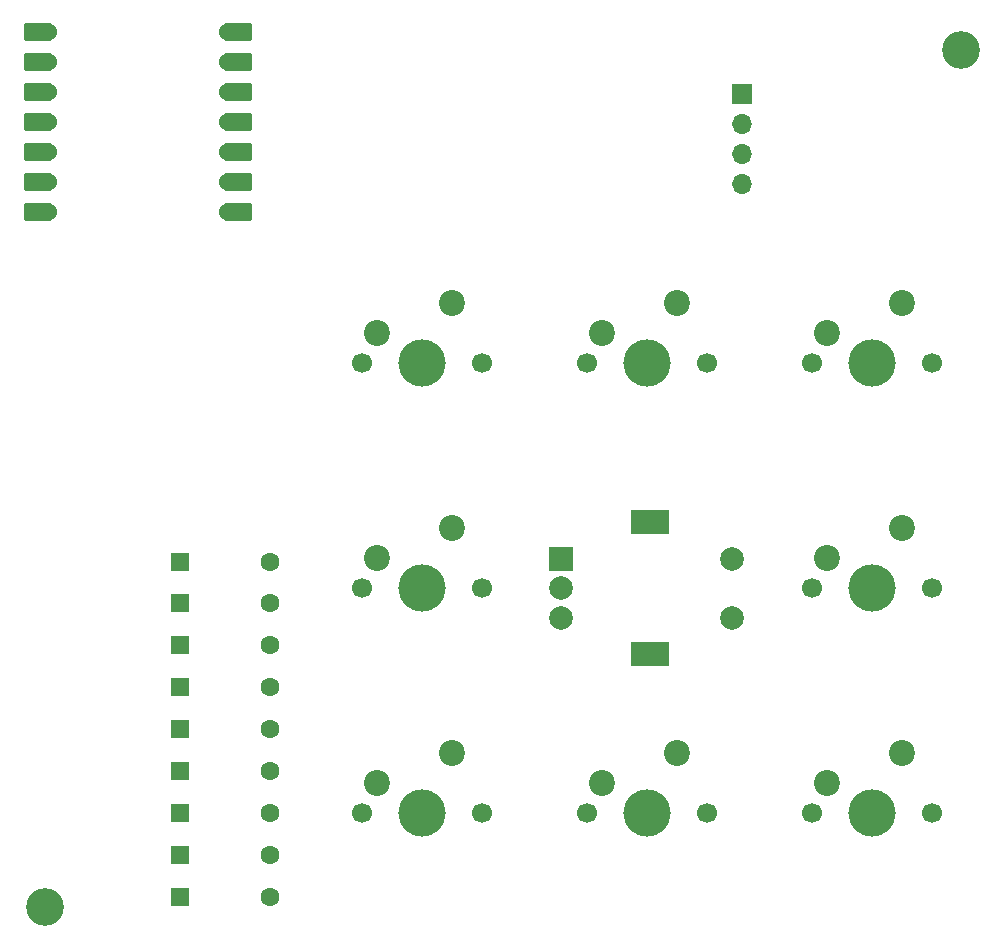
<source format=gbr>
%TF.GenerationSoftware,KiCad,Pcbnew,9.0.2*%
%TF.CreationDate,2025-07-10T19:44:47-04:00*%
%TF.ProjectId,AAPad_pcb,41415061-645f-4706-9362-2e6b69636164,rev?*%
%TF.SameCoordinates,Original*%
%TF.FileFunction,Soldermask,Top*%
%TF.FilePolarity,Negative*%
%FSLAX46Y46*%
G04 Gerber Fmt 4.6, Leading zero omitted, Abs format (unit mm)*
G04 Created by KiCad (PCBNEW 9.0.2) date 2025-07-10 19:44:47*
%MOMM*%
%LPD*%
G01*
G04 APERTURE LIST*
G04 Aperture macros list*
%AMRoundRect*
0 Rectangle with rounded corners*
0 $1 Rounding radius*
0 $2 $3 $4 $5 $6 $7 $8 $9 X,Y pos of 4 corners*
0 Add a 4 corners polygon primitive as box body*
4,1,4,$2,$3,$4,$5,$6,$7,$8,$9,$2,$3,0*
0 Add four circle primitives for the rounded corners*
1,1,$1+$1,$2,$3*
1,1,$1+$1,$4,$5*
1,1,$1+$1,$6,$7*
1,1,$1+$1,$8,$9*
0 Add four rect primitives between the rounded corners*
20,1,$1+$1,$2,$3,$4,$5,0*
20,1,$1+$1,$4,$5,$6,$7,0*
20,1,$1+$1,$6,$7,$8,$9,0*
20,1,$1+$1,$8,$9,$2,$3,0*%
G04 Aperture macros list end*
%ADD10C,3.200000*%
%ADD11RoundRect,0.250000X-0.550000X-0.550000X0.550000X-0.550000X0.550000X0.550000X-0.550000X0.550000X0*%
%ADD12C,1.600000*%
%ADD13C,1.700000*%
%ADD14C,4.000000*%
%ADD15C,2.200000*%
%ADD16R,1.700000X1.700000*%
%ADD17O,1.700000X1.700000*%
%ADD18RoundRect,0.152400X1.063600X0.609600X-1.063600X0.609600X-1.063600X-0.609600X1.063600X-0.609600X0*%
%ADD19C,1.524000*%
%ADD20RoundRect,0.152400X-1.063600X-0.609600X1.063600X-0.609600X1.063600X0.609600X-1.063600X0.609600X0*%
%ADD21R,2.000000X2.000000*%
%ADD22C,2.000000*%
%ADD23R,3.200000X2.000000*%
G04 APERTURE END LIST*
D10*
%TO.C,REF\u002A\u002A*%
X138552836Y-40150997D03*
%TD*%
%TO.C,REF\u002A\u002A*%
X61022763Y-112685612D03*
%TD*%
D11*
%TO.C,D8*%
X72390000Y-108325000D03*
D12*
X80010000Y-108325000D03*
%TD*%
D13*
%TO.C,SW2*%
X106838800Y-66675000D03*
D14*
X111918800Y-66675000D03*
D13*
X116998800Y-66675000D03*
D15*
X114458800Y-61595000D03*
X108108800Y-64135000D03*
%TD*%
D11*
%TO.C,D1*%
X72390000Y-83475000D03*
D12*
X80010000Y-83475000D03*
%TD*%
D11*
%TO.C,D5*%
X72390000Y-97675000D03*
D12*
X80010000Y-97675000D03*
%TD*%
D11*
%TO.C,D3*%
X72390000Y-90575000D03*
D12*
X80010000Y-90575000D03*
%TD*%
D11*
%TO.C,D6*%
X72390000Y-101225000D03*
D12*
X80010000Y-101225000D03*
%TD*%
D13*
%TO.C,SW3*%
X125888800Y-66675000D03*
D14*
X130968800Y-66675000D03*
D13*
X136048800Y-66675000D03*
D15*
X133508800Y-61595000D03*
X127158800Y-64135000D03*
%TD*%
D13*
%TO.C,SW7*%
X87788800Y-104775000D03*
D14*
X92868800Y-104775000D03*
D13*
X97948800Y-104775000D03*
D15*
X95408800Y-99695000D03*
X89058800Y-102235000D03*
%TD*%
D13*
%TO.C,SW4*%
X125888800Y-85725000D03*
D14*
X130968800Y-85725000D03*
D13*
X136048800Y-85725000D03*
D15*
X133508800Y-80645000D03*
X127158800Y-83185000D03*
%TD*%
D11*
%TO.C,D9*%
X72390000Y-111875000D03*
D12*
X80010000Y-111875000D03*
%TD*%
D11*
%TO.C,D2*%
X72390000Y-87025000D03*
D12*
X80010000Y-87025000D03*
%TD*%
D11*
%TO.C,D4*%
X72390000Y-94125000D03*
D12*
X80010000Y-94125000D03*
%TD*%
D16*
%TO.C,J1*%
X120008800Y-43930000D03*
D17*
X120008800Y-46470000D03*
X120008800Y-49010000D03*
X120008800Y-51550000D03*
%TD*%
D18*
%TO.C,U1*%
X60417800Y-38629500D03*
D19*
X61252800Y-38629500D03*
D18*
X60417800Y-41169500D03*
D19*
X61252800Y-41169500D03*
D18*
X60417800Y-43709500D03*
D19*
X61252800Y-43709500D03*
D18*
X60417800Y-46249500D03*
D19*
X61252800Y-46249500D03*
D18*
X60417800Y-48789500D03*
D19*
X61252800Y-48789500D03*
D18*
X60417800Y-51329500D03*
D19*
X61252800Y-51329500D03*
D18*
X60417800Y-53869500D03*
D19*
X61252800Y-53869500D03*
X76492800Y-53869500D03*
D20*
X77327800Y-53869500D03*
D19*
X76492800Y-51329500D03*
D20*
X77327800Y-51329500D03*
D19*
X76492800Y-48789500D03*
D20*
X77327800Y-48789500D03*
D19*
X76492800Y-46249500D03*
D20*
X77327800Y-46249500D03*
D19*
X76492800Y-43709500D03*
D20*
X77327800Y-43709500D03*
D19*
X76492800Y-41169500D03*
D20*
X77327800Y-41169500D03*
D19*
X76492800Y-38629500D03*
D20*
X77327800Y-38629500D03*
%TD*%
D13*
%TO.C,SW1*%
X87788800Y-66675000D03*
D14*
X92868800Y-66675000D03*
D13*
X97948800Y-66675000D03*
D15*
X95408800Y-61595000D03*
X89058800Y-64135000D03*
%TD*%
D13*
%TO.C,SW6*%
X106838800Y-104775000D03*
D14*
X111918800Y-104775000D03*
D13*
X116998800Y-104775000D03*
D15*
X114458800Y-99695000D03*
X108108800Y-102235000D03*
%TD*%
D21*
%TO.C,SW11*%
X104668800Y-83225000D03*
D22*
X104668800Y-88225000D03*
X104668800Y-85725000D03*
D23*
X112168800Y-80125000D03*
X112168800Y-91325000D03*
D22*
X119168800Y-88225000D03*
X119168800Y-83225000D03*
%TD*%
D11*
%TO.C,D7*%
X72390000Y-104775000D03*
D12*
X80010000Y-104775000D03*
%TD*%
D13*
%TO.C,SW8*%
X87788800Y-85725000D03*
D14*
X92868800Y-85725000D03*
D13*
X97948800Y-85725000D03*
D15*
X95408800Y-80645000D03*
X89058800Y-83185000D03*
%TD*%
D13*
%TO.C,SW5*%
X125888800Y-104775000D03*
D14*
X130968800Y-104775000D03*
D13*
X136048800Y-104775000D03*
D15*
X133508800Y-99695000D03*
X127158800Y-102235000D03*
%TD*%
M02*

</source>
